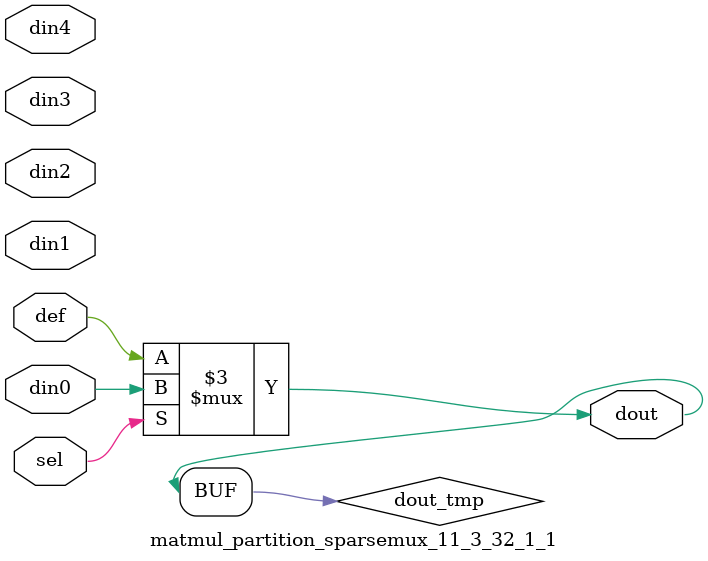
<source format=v>
`timescale 1ns / 1ps

module matmul_partition_sparsemux_11_3_32_1_1 (din0,din1,din2,din3,din4,def,sel,dout);

parameter din0_WIDTH = 1;

parameter din1_WIDTH = 1;

parameter din2_WIDTH = 1;

parameter din3_WIDTH = 1;

parameter din4_WIDTH = 1;

parameter def_WIDTH = 1;
parameter sel_WIDTH = 1;
parameter dout_WIDTH = 1;

parameter [sel_WIDTH-1:0] CASE0 = 1;

parameter [sel_WIDTH-1:0] CASE1 = 1;

parameter [sel_WIDTH-1:0] CASE2 = 1;

parameter [sel_WIDTH-1:0] CASE3 = 1;

parameter [sel_WIDTH-1:0] CASE4 = 1;

parameter ID = 1;
parameter NUM_STAGE = 1;



input [din0_WIDTH-1:0] din0;

input [din1_WIDTH-1:0] din1;

input [din2_WIDTH-1:0] din2;

input [din3_WIDTH-1:0] din3;

input [din4_WIDTH-1:0] din4;

input [def_WIDTH-1:0] def;
input [sel_WIDTH-1:0] sel;

output [dout_WIDTH-1:0] dout;



reg [dout_WIDTH-1:0] dout_tmp;


always @ (*) begin
(* parallel_case *) case (sel)
    
    CASE0 : dout_tmp = din0;
    
    CASE1 : dout_tmp = din1;
    
    CASE2 : dout_tmp = din2;
    
    CASE3 : dout_tmp = din3;
    
    CASE4 : dout_tmp = din4;
    
    default : dout_tmp = def;
endcase
end


assign dout = dout_tmp;



endmodule

</source>
